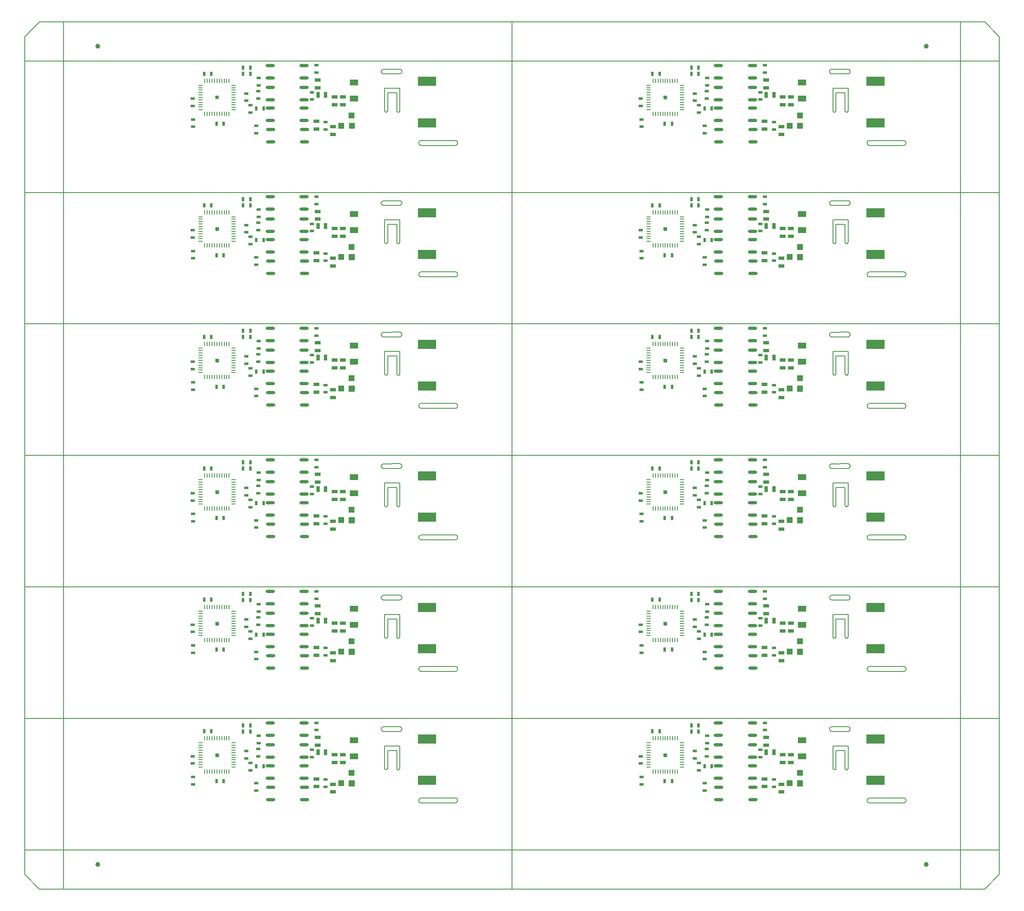
<source format=gtp>
*
%LPD*%
%LNs2b9624c.gtp*%
%FSLAX24Y24*%
%MOIN*%
%AD*%
%ADD18C,0.005906*%
%ADD19C,0.03937*%
%ADD20C,0.01*%
%ADD23R,0.02756X0.02756*%
%ADD30R,0.019685X0.035433*%
%ADD31R,0.035433X0.019685*%
%ADD33R,0.047244X0.031496*%
%ADD38R,0.145669X0.074803*%
%ADD39R,0.066929X0.047244*%
%ADD40R,0.031496X0.047244*%
%ADD41R,0.051181X0.047244*%
%ADD42R,0.047244X0.051181*%
%ADD43R,0.008661X0.037402*%
%ADD44R,0.037402X0.008661*%
%ADD45O,0.074016X0.024016*%
G54D20*
%SRX1Y1I0.0J0.0*%
G1X15625Y10927D2*
G1X15625Y10732D1*
G1X15430Y10732D1*
G1X15430Y10927D1*
G1X15625Y10927D1*
G1X15430Y10911D2*
G1X15625Y10911D1*
G1X15430Y10821D2*
G1X15625Y10821D1*
G54D23*
G1X15528Y10829D3*
G1X15528Y10829D3*
G1X3150Y3150D2*
G54D18*
G1X3150Y13780D1*
G1X39370Y13780D1*
G1X39370Y3150D1*
G1X3150Y3150D1*
G1X32066Y7349D2*
G1X34750Y7350D1*
G1X34749Y6950D2*
G1X34794Y6949D1*
G1X34837Y6958D1*
G1X34878Y6976D1*
G1X34913Y7003D1*
G1X34942Y7037D1*
G1X34963Y7077D1*
G1X34974Y7120D1*
G1X34976Y7164D1*
G1X34967Y7208D1*
G1X34950Y7249D1*
G1X34924Y7285D1*
G1X34890Y7315D1*
G1X34851Y7336D1*
G1X34809Y7348D1*
G1X34764Y7351D1*
G1X34750Y7350D1*
G1X34750Y6950D2*
G1X32066Y6949D1*
G1X32066Y7349D2*
G1X32022Y7350D1*
G1X31978Y7341D1*
G1X31937Y7322D1*
G1X31902Y7295D1*
G1X31873Y7261D1*
G1X31853Y7222D1*
G1X31841Y7179D1*
G1X31840Y7134D1*
G1X31848Y7091D1*
G1X31866Y7050D1*
G1X31892Y7014D1*
G1X31925Y6984D1*
G1X31964Y6963D1*
G1X32007Y6950D1*
G1X32051Y6948D1*
G1X32066Y6949D1*
G1X29049Y13106D2*
G1X30281Y13114D1*
G1X30252Y12719D2*
G1X30296Y12721D1*
G1X30338Y12732D1*
G1X30378Y12753D1*
G1X30411Y12781D1*
G1X30437Y12817D1*
G1X30455Y12857D1*
G1X30464Y12900D1*
G1X30463Y12944D1*
G1X30452Y12987D1*
G1X30431Y13026D1*
G1X30403Y13060D1*
G1X30368Y13087D1*
G1X30328Y13105D1*
G1X30284Y13114D1*
G1X30281Y13114D1*
G1X30252Y12719D2*
G1X29010Y12722D1*
G1X29049Y13106D2*
G1X29006Y13111D1*
G1X28962Y13106D1*
G1X28921Y13092D1*
G1X28884Y13069D1*
G1X28853Y13038D1*
G1X28830Y13001D1*
G1X28815Y12959D1*
G1X28810Y12916D1*
G1X28815Y12872D1*
G1X28830Y12831D1*
G1X28854Y12794D1*
G1X28885Y12763D1*
G1X28922Y12740D1*
G1X28963Y12726D1*
G1X29007Y12722D1*
G1X29010Y12722D1*
G1X29081Y9760D2*
G1X29081Y11565D1*
G1X30299Y11555D1*
G1X30299Y9750D1*
G1X30061Y9750D2*
G1X30065Y9716D1*
G1X30080Y9685D1*
G1X30102Y9659D1*
G1X30131Y9641D1*
G1X30164Y9632D1*
G1X30198Y9632D1*
G1X30231Y9642D1*
G1X30259Y9661D1*
G1X30281Y9687D1*
G1X30295Y9719D1*
G1X30299Y9750D1*
G1X30061Y9750D2*
G1X30061Y11200D1*
G1X29318Y11200D1*
G1X29318Y9750D1*
G1X29081Y9759D2*
G1X29084Y9726D1*
G1X29097Y9694D1*
G1X29119Y9667D1*
G1X29147Y9648D1*
G1X29179Y9637D1*
G1X29214Y9637D1*
G1X29246Y9645D1*
G1X29276Y9663D1*
G1X29298Y9689D1*
G1X29313Y9719D1*
G1X29318Y9750D1*
G1X15625Y21557D2*
G54D20*
G1X15625Y21361D1*
G1X15430Y21361D1*
G1X15430Y21557D1*
G1X15625Y21557D1*
G1X15430Y21541D2*
G1X15625Y21541D1*
G1X15430Y21451D2*
G1X15625Y21451D1*
G54D23*
G1X15528Y21459D3*
G1X15528Y21459D3*
G1X3150Y13780D2*
G54D18*
G1X3150Y24409D1*
G1X39370Y24409D1*
G1X39370Y13780D1*
G1X3150Y13780D1*
G1X32066Y17979D2*
G1X34750Y17979D1*
G1X34749Y17579D2*
G1X34794Y17579D1*
G1X34837Y17588D1*
G1X34878Y17606D1*
G1X34913Y17633D1*
G1X34942Y17667D1*
G1X34963Y17707D1*
G1X34974Y17750D1*
G1X34976Y17794D1*
G1X34967Y17838D1*
G1X34950Y17879D1*
G1X34924Y17915D1*
G1X34890Y17944D1*
G1X34851Y17966D1*
G1X34809Y17978D1*
G1X34764Y17981D1*
G1X34750Y17979D1*
G1X34750Y17579D2*
G1X32066Y17579D1*
G1X32066Y17979D2*
G1X32022Y17980D1*
G1X31978Y17971D1*
G1X31937Y17952D1*
G1X31902Y17925D1*
G1X31873Y17891D1*
G1X31853Y17852D1*
G1X31841Y17809D1*
G1X31840Y17764D1*
G1X31848Y17720D1*
G1X31866Y17680D1*
G1X31892Y17643D1*
G1X31925Y17614D1*
G1X31964Y17593D1*
G1X32007Y17580D1*
G1X32051Y17578D1*
G1X32066Y17579D1*
G1X29049Y23736D2*
G1X30281Y23744D1*
G1X30252Y23349D2*
G1X30296Y23351D1*
G1X30338Y23362D1*
G1X30378Y23383D1*
G1X30411Y23411D1*
G1X30437Y23447D1*
G1X30455Y23487D1*
G1X30464Y23530D1*
G1X30463Y23574D1*
G1X30452Y23617D1*
G1X30431Y23656D1*
G1X30403Y23690D1*
G1X30368Y23717D1*
G1X30328Y23735D1*
G1X30284Y23744D1*
G1X30281Y23744D1*
G1X30252Y23349D2*
G1X29010Y23351D1*
G1X29049Y23736D2*
G1X29006Y23741D1*
G1X28962Y23736D1*
G1X28921Y23722D1*
G1X28884Y23699D1*
G1X28853Y23668D1*
G1X28830Y23631D1*
G1X28815Y23589D1*
G1X28810Y23546D1*
G1X28815Y23502D1*
G1X28830Y23461D1*
G1X28854Y23424D1*
G1X28885Y23393D1*
G1X28922Y23370D1*
G1X28963Y23356D1*
G1X29007Y23351D1*
G1X29010Y23351D1*
G1X29081Y20389D2*
G1X29081Y22195D1*
G1X30299Y22185D1*
G1X30299Y20379D1*
G1X30061Y20379D2*
G1X30065Y20346D1*
G1X30080Y20315D1*
G1X30102Y20289D1*
G1X30131Y20271D1*
G1X30164Y20261D1*
G1X30198Y20262D1*
G1X30231Y20272D1*
G1X30259Y20291D1*
G1X30281Y20317D1*
G1X30295Y20349D1*
G1X30299Y20379D1*
G1X30061Y20379D2*
G1X30061Y21830D1*
G1X29318Y21830D1*
G1X29318Y20379D1*
G1X29081Y20389D2*
G1X29084Y20355D1*
G1X29097Y20324D1*
G1X29119Y20297D1*
G1X29147Y20278D1*
G1X29179Y20267D1*
G1X29214Y20266D1*
G1X29246Y20275D1*
G1X29276Y20293D1*
G1X29298Y20318D1*
G1X29313Y20349D1*
G1X29318Y20379D1*
G1X15625Y32187D2*
G54D20*
G1X15625Y31991D1*
G1X15430Y31991D1*
G1X15430Y32187D1*
G1X15625Y32187D1*
G1X15430Y32171D2*
G1X15625Y32171D1*
G1X15430Y32081D2*
G1X15625Y32081D1*
G54D23*
G1X15528Y32089D3*
G1X15528Y32089D3*
G1X3150Y24409D2*
G54D18*
G1X3150Y35039D1*
G1X39370Y35039D1*
G1X39370Y24409D1*
G1X3150Y24409D1*
G1X32066Y28609D2*
G1X34750Y28609D1*
G1X34749Y28209D2*
G1X34794Y28209D1*
G1X34837Y28218D1*
G1X34878Y28236D1*
G1X34913Y28263D1*
G1X34942Y28297D1*
G1X34963Y28337D1*
G1X34974Y28380D1*
G1X34976Y28424D1*
G1X34967Y28468D1*
G1X34950Y28509D1*
G1X34924Y28545D1*
G1X34890Y28574D1*
G1X34851Y28596D1*
G1X34809Y28608D1*
G1X34764Y28611D1*
G1X34750Y28609D1*
G1X34750Y28209D2*
G1X32066Y28209D1*
G1X32066Y28609D2*
G1X32022Y28610D1*
G1X31978Y28600D1*
G1X31937Y28582D1*
G1X31902Y28555D1*
G1X31873Y28521D1*
G1X31853Y28482D1*
G1X31841Y28439D1*
G1X31840Y28394D1*
G1X31848Y28350D1*
G1X31866Y28309D1*
G1X31892Y28273D1*
G1X31925Y28244D1*
G1X31964Y28223D1*
G1X32007Y28210D1*
G1X32051Y28208D1*
G1X32066Y28209D1*
G1X29049Y34366D2*
G1X30281Y34374D1*
G1X30252Y33979D2*
G1X30296Y33980D1*
G1X30338Y33992D1*
G1X30378Y34012D1*
G1X30411Y34041D1*
G1X30437Y34076D1*
G1X30455Y34117D1*
G1X30464Y34160D1*
G1X30463Y34204D1*
G1X30452Y34247D1*
G1X30431Y34286D1*
G1X30403Y34320D1*
G1X30368Y34346D1*
G1X30328Y34365D1*
G1X30284Y34373D1*
G1X30281Y34374D1*
G1X30252Y33979D2*
G1X29010Y33981D1*
G1X29049Y34366D2*
G1X29006Y34371D1*
G1X28962Y34366D1*
G1X28921Y34352D1*
G1X28884Y34328D1*
G1X28853Y34297D1*
G1X28830Y34260D1*
G1X28815Y34219D1*
G1X28810Y34175D1*
G1X28815Y34132D1*
G1X28830Y34091D1*
G1X28854Y34054D1*
G1X28885Y34023D1*
G1X28922Y34000D1*
G1X28963Y33986D1*
G1X29007Y33981D1*
G1X29010Y33981D1*
G1X29081Y31019D2*
G1X29081Y32825D1*
G1X30299Y32815D1*
G1X30299Y31009D1*
G1X30061Y31009D2*
G1X30065Y30976D1*
G1X30080Y30945D1*
G1X30102Y30919D1*
G1X30131Y30901D1*
G1X30164Y30891D1*
G1X30198Y30892D1*
G1X30231Y30902D1*
G1X30259Y30921D1*
G1X30281Y30947D1*
G1X30295Y30979D1*
G1X30299Y31009D1*
G1X30061Y31009D2*
G1X30061Y32459D1*
G1X29318Y32459D1*
G1X29318Y31009D1*
G1X29081Y31019D2*
G1X29084Y30985D1*
G1X29097Y30954D1*
G1X29119Y30927D1*
G1X29147Y30908D1*
G1X29179Y30897D1*
G1X29214Y30896D1*
G1X29246Y30905D1*
G1X29276Y30923D1*
G1X29298Y30948D1*
G1X29313Y30979D1*
G1X29318Y31009D1*
G1X15625Y42817D2*
G54D20*
G1X15625Y42621D1*
G1X15430Y42621D1*
G1X15430Y42817D1*
G1X15625Y42817D1*
G1X15430Y42801D2*
G1X15625Y42801D1*
G1X15430Y42711D2*
G1X15625Y42711D1*
G54D23*
G1X15528Y42719D3*
G1X15528Y42719D3*
G1X3150Y35039D2*
G54D18*
G1X3150Y45669D1*
G1X39370Y45669D1*
G1X39370Y35039D1*
G1X3150Y35039D1*
G1X32066Y39239D2*
G1X34750Y39239D1*
G1X34749Y38839D2*
G1X34794Y38839D1*
G1X34837Y38848D1*
G1X34878Y38866D1*
G1X34913Y38893D1*
G1X34942Y38927D1*
G1X34963Y38967D1*
G1X34974Y39010D1*
G1X34976Y39054D1*
G1X34967Y39098D1*
G1X34950Y39139D1*
G1X34924Y39175D1*
G1X34890Y39204D1*
G1X34851Y39226D1*
G1X34809Y39238D1*
G1X34764Y39241D1*
G1X34750Y39239D1*
G1X34750Y38839D2*
G1X32066Y38839D1*
G1X32066Y39239D2*
G1X32022Y39240D1*
G1X31978Y39230D1*
G1X31937Y39212D1*
G1X31902Y39185D1*
G1X31873Y39151D1*
G1X31853Y39111D1*
G1X31841Y39068D1*
G1X31840Y39024D1*
G1X31848Y38980D1*
G1X31866Y38939D1*
G1X31892Y38903D1*
G1X31925Y38874D1*
G1X31964Y38852D1*
G1X32007Y38840D1*
G1X32051Y38838D1*
G1X32066Y38839D1*
G1X29049Y44996D2*
G1X30281Y45004D1*
G1X30252Y44609D2*
G1X30296Y44610D1*
G1X30338Y44622D1*
G1X30378Y44642D1*
G1X30411Y44671D1*
G1X30437Y44706D1*
G1X30455Y44747D1*
G1X30464Y44790D1*
G1X30463Y44834D1*
G1X30452Y44877D1*
G1X30431Y44916D1*
G1X30403Y44950D1*
G1X30368Y44976D1*
G1X30328Y44995D1*
G1X30284Y45003D1*
G1X30281Y45004D1*
G1X30252Y44609D2*
G1X29010Y44611D1*
G1X29049Y44996D2*
G1X29006Y45001D1*
G1X28962Y44996D1*
G1X28921Y44982D1*
G1X28884Y44958D1*
G1X28853Y44927D1*
G1X28830Y44890D1*
G1X28815Y44849D1*
G1X28810Y44805D1*
G1X28815Y44762D1*
G1X28830Y44721D1*
G1X28854Y44684D1*
G1X28885Y44653D1*
G1X28922Y44630D1*
G1X28963Y44616D1*
G1X29007Y44611D1*
G1X29010Y44611D1*
G1X29081Y41649D2*
G1X29081Y43455D1*
G1X30299Y43445D1*
G1X30299Y41639D1*
G1X30061Y41639D2*
G1X30065Y41605D1*
G1X30080Y41574D1*
G1X30102Y41549D1*
G1X30131Y41531D1*
G1X30164Y41521D1*
G1X30198Y41522D1*
G1X30231Y41532D1*
G1X30259Y41551D1*
G1X30281Y41577D1*
G1X30295Y41608D1*
G1X30299Y41639D1*
G1X30061Y41639D2*
G1X30061Y43089D1*
G1X29318Y43089D1*
G1X29318Y41639D1*
G1X29081Y41649D2*
G1X29084Y41615D1*
G1X29097Y41584D1*
G1X29119Y41557D1*
G1X29147Y41538D1*
G1X29179Y41527D1*
G1X29214Y41526D1*
G1X29246Y41535D1*
G1X29276Y41553D1*
G1X29298Y41578D1*
G1X29313Y41609D1*
G1X29318Y41639D1*
G1X15625Y53446D2*
G54D20*
G1X15625Y53251D1*
G1X15430Y53251D1*
G1X15430Y53446D1*
G1X15625Y53446D1*
G1X15430Y53431D2*
G1X15625Y53431D1*
G1X15430Y53341D2*
G1X15625Y53341D1*
G54D23*
G1X15528Y53349D3*
G1X15528Y53349D3*
G1X3150Y45669D2*
G54D18*
G1X3150Y56299D1*
G1X39370Y56299D1*
G1X39370Y45669D1*
G1X3150Y45669D1*
G1X32066Y49869D2*
G1X34750Y49869D1*
G1X34749Y49469D2*
G1X34794Y49469D1*
G1X34837Y49478D1*
G1X34878Y49496D1*
G1X34913Y49523D1*
G1X34942Y49557D1*
G1X34963Y49597D1*
G1X34974Y49640D1*
G1X34976Y49684D1*
G1X34967Y49728D1*
G1X34950Y49769D1*
G1X34924Y49805D1*
G1X34890Y49834D1*
G1X34851Y49856D1*
G1X34809Y49868D1*
G1X34764Y49871D1*
G1X34750Y49869D1*
G1X34750Y49469D2*
G1X32066Y49469D1*
G1X32066Y49869D2*
G1X32022Y49870D1*
G1X31978Y49860D1*
G1X31937Y49842D1*
G1X31902Y49815D1*
G1X31873Y49781D1*
G1X31853Y49741D1*
G1X31841Y49698D1*
G1X31840Y49654D1*
G1X31848Y49610D1*
G1X31866Y49569D1*
G1X31892Y49533D1*
G1X31925Y49504D1*
G1X31964Y49482D1*
G1X32007Y49470D1*
G1X32051Y49468D1*
G1X32066Y49469D1*
G1X29049Y55626D2*
G1X30281Y55633D1*
G1X30252Y55239D2*
G1X30296Y55240D1*
G1X30338Y55252D1*
G1X30378Y55272D1*
G1X30411Y55301D1*
G1X30437Y55336D1*
G1X30455Y55376D1*
G1X30464Y55420D1*
G1X30463Y55464D1*
G1X30452Y55507D1*
G1X30431Y55546D1*
G1X30403Y55580D1*
G1X30368Y55606D1*
G1X30328Y55624D1*
G1X30284Y55633D1*
G1X30281Y55633D1*
G1X30252Y55239D2*
G1X29010Y55241D1*
G1X29049Y55626D2*
G1X29006Y55631D1*
G1X28962Y55626D1*
G1X28921Y55612D1*
G1X28884Y55588D1*
G1X28853Y55557D1*
G1X28830Y55520D1*
G1X28815Y55479D1*
G1X28810Y55435D1*
G1X28815Y55392D1*
G1X28830Y55351D1*
G1X28854Y55314D1*
G1X28885Y55283D1*
G1X28922Y55260D1*
G1X28963Y55246D1*
G1X29007Y55241D1*
G1X29010Y55241D1*
G1X29081Y52279D2*
G1X29081Y54085D1*
G1X30299Y54075D1*
G1X30299Y52269D1*
G1X30061Y52269D2*
G1X30065Y52235D1*
G1X30080Y52204D1*
G1X30102Y52179D1*
G1X30131Y52161D1*
G1X30164Y52151D1*
G1X30198Y52152D1*
G1X30231Y52162D1*
G1X30259Y52181D1*
G1X30281Y52207D1*
G1X30295Y52238D1*
G1X30299Y52269D1*
G1X30061Y52269D2*
G1X30061Y53719D1*
G1X29318Y53719D1*
G1X29318Y52269D1*
G1X29081Y52279D2*
G1X29084Y52245D1*
G1X29097Y52214D1*
G1X29119Y52187D1*
G1X29147Y52168D1*
G1X29179Y52157D1*
G1X29214Y52156D1*
G1X29246Y52165D1*
G1X29276Y52183D1*
G1X29298Y52208D1*
G1X29313Y52239D1*
G1X29318Y52269D1*
G54D23*
G1X15528Y63979D3*
G1X15528Y63979D3*
G1X3150Y56299D2*
G54D18*
G1X3150Y66929D1*
G1X39370Y66929D1*
G1X39370Y56299D1*
G1X3150Y56299D1*
G1X32066Y60499D2*
G1X34750Y60499D1*
G1X34749Y60099D2*
G1X34794Y60098D1*
G1X34837Y60107D1*
G1X34878Y60126D1*
G1X34913Y60153D1*
G1X34942Y60187D1*
G1X34963Y60226D1*
G1X34974Y60269D1*
G1X34976Y60314D1*
G1X34967Y60358D1*
G1X34950Y60399D1*
G1X34924Y60435D1*
G1X34890Y60464D1*
G1X34851Y60485D1*
G1X34809Y60498D1*
G1X34764Y60500D1*
G1X34750Y60499D1*
G1X34750Y60099D2*
G1X32066Y60099D1*
G1X32066Y60499D2*
G1X32022Y60499D1*
G1X31978Y60490D1*
G1X31937Y60472D1*
G1X31902Y60445D1*
G1X31873Y60411D1*
G1X31853Y60371D1*
G1X31841Y60328D1*
G1X31840Y60284D1*
G1X31848Y60240D1*
G1X31866Y60199D1*
G1X31892Y60163D1*
G1X31925Y60134D1*
G1X31964Y60112D1*
G1X32007Y60100D1*
G1X32051Y60097D1*
G1X32066Y60099D1*
G1X29049Y66256D2*
G1X30281Y66263D1*
G1X30252Y65869D2*
G1X30296Y65870D1*
G1X30338Y65882D1*
G1X30378Y65902D1*
G1X30411Y65931D1*
G1X30437Y65966D1*
G1X30455Y66006D1*
G1X30464Y66050D1*
G1X30463Y66094D1*
G1X30452Y66136D1*
G1X30431Y66176D1*
G1X30403Y66209D1*
G1X30368Y66236D1*
G1X30328Y66254D1*
G1X30284Y66263D1*
G1X30281Y66263D1*
G1X30252Y65869D2*
G1X29010Y65871D1*
G1X29049Y66256D2*
G1X29006Y66261D1*
G1X28962Y66256D1*
G1X28921Y66241D1*
G1X28884Y66218D1*
G1X28853Y66187D1*
G1X28830Y66150D1*
G1X28815Y66109D1*
G1X28810Y66065D1*
G1X28815Y66022D1*
G1X28830Y65980D1*
G1X28854Y65944D1*
G1X28885Y65913D1*
G1X28922Y65890D1*
G1X28963Y65875D1*
G1X29007Y65871D1*
G1X29010Y65871D1*
G1X29081Y62909D2*
G1X29081Y64715D1*
G1X30299Y64705D1*
G1X30299Y62899D1*
G1X30061Y62899D2*
G1X30065Y62865D1*
G1X30080Y62834D1*
G1X30102Y62809D1*
G1X30131Y62790D1*
G1X30164Y62781D1*
G1X30198Y62782D1*
G1X30231Y62792D1*
G1X30259Y62811D1*
G1X30281Y62837D1*
G1X30295Y62868D1*
G1X30299Y62899D1*
G1X30061Y62899D2*
G1X30061Y64349D1*
G1X29318Y64349D1*
G1X29318Y62899D1*
G1X29081Y62909D2*
G1X29084Y62875D1*
G1X29097Y62843D1*
G1X29119Y62817D1*
G1X29147Y62798D1*
G1X29179Y62787D1*
G1X29214Y62786D1*
G1X29246Y62795D1*
G1X29276Y62813D1*
G1X29298Y62838D1*
G1X29313Y62869D1*
G1X29318Y62899D1*
G1X51846Y10927D2*
G54D20*
G1X51846Y10732D1*
G1X51651Y10732D1*
G1X51651Y10927D1*
G1X51846Y10927D1*
G1X51651Y10911D2*
G1X51846Y10911D1*
G1X51651Y10821D2*
G1X51846Y10821D1*
G54D23*
G1X51748Y10829D3*
G1X51748Y10829D3*
G1X39370Y3150D2*
G54D18*
G1X39370Y13780D1*
G1X75590Y13780D1*
G1X75590Y3150D1*
G1X39370Y3150D1*
G1X68286Y7349D2*
G1X70970Y7350D1*
G1X70970Y6950D2*
G1X71014Y6949D1*
G1X71058Y6958D1*
G1X71098Y6976D1*
G1X71134Y7003D1*
G1X71162Y7037D1*
G1X71183Y7077D1*
G1X71194Y7120D1*
G1X71196Y7164D1*
G1X71188Y7208D1*
G1X71170Y7249D1*
G1X71144Y7285D1*
G1X71111Y7315D1*
G1X71072Y7336D1*
G1X71029Y7348D1*
G1X70985Y7351D1*
G1X70970Y7350D1*
G1X70970Y6950D2*
G1X68286Y6949D1*
G1X68286Y7349D2*
G1X68242Y7350D1*
G1X68198Y7341D1*
G1X68158Y7322D1*
G1X68122Y7295D1*
G1X68094Y7261D1*
G1X68073Y7222D1*
G1X68062Y7179D1*
G1X68060Y7134D1*
G1X68068Y7091D1*
G1X68086Y7050D1*
G1X68112Y7014D1*
G1X68146Y6984D1*
G1X68185Y6963D1*
G1X68227Y6950D1*
G1X68272Y6948D1*
G1X68286Y6949D1*
G1X65270Y13106D2*
G1X66502Y13114D1*
G1X66472Y12719D2*
G1X66516Y12721D1*
G1X66559Y12732D1*
G1X66598Y12753D1*
G1X66631Y12781D1*
G1X66658Y12817D1*
G1X66676Y12857D1*
G1X66684Y12900D1*
G1X66683Y12944D1*
G1X66672Y12987D1*
G1X66652Y13026D1*
G1X66623Y13060D1*
G1X66588Y13087D1*
G1X66548Y13105D1*
G1X66505Y13114D1*
G1X66502Y13114D1*
G1X66472Y12719D2*
G1X65230Y12722D1*
G1X65269Y13106D2*
G1X65226Y13111D1*
G1X65182Y13106D1*
G1X65141Y13092D1*
G1X65104Y13069D1*
G1X65073Y13038D1*
G1X65050Y13001D1*
G1X65036Y12959D1*
G1X65031Y12916D1*
G1X65036Y12872D1*
G1X65051Y12831D1*
G1X65074Y12794D1*
G1X65105Y12763D1*
G1X65142Y12740D1*
G1X65184Y12726D1*
G1X65227Y12722D1*
G1X65230Y12722D1*
G1X65301Y9760D2*
G1X65301Y11565D1*
G1X66519Y11555D1*
G1X66519Y9750D1*
G1X66281Y9750D2*
G1X66286Y9716D1*
G1X66300Y9685D1*
G1X66323Y9659D1*
G1X66352Y9641D1*
G1X66384Y9632D1*
G1X66419Y9632D1*
G1X66451Y9642D1*
G1X66480Y9661D1*
G1X66501Y9687D1*
G1X66515Y9719D1*
G1X66519Y9750D1*
G1X66281Y9750D2*
G1X66281Y11200D1*
G1X65539Y11200D1*
G1X65539Y9750D1*
G1X65301Y9759D2*
G1X65305Y9726D1*
G1X65318Y9694D1*
G1X65339Y9667D1*
G1X65367Y9648D1*
G1X65400Y9637D1*
G1X65434Y9637D1*
G1X65467Y9645D1*
G1X65496Y9663D1*
G1X65519Y9689D1*
G1X65534Y9719D1*
G1X65539Y9750D1*
G1X51846Y21557D2*
G54D20*
G1X51846Y21361D1*
G1X51651Y21361D1*
G1X51651Y21557D1*
G1X51846Y21557D1*
G1X51651Y21541D2*
G1X51846Y21541D1*
G1X51651Y21451D2*
G1X51846Y21451D1*
G54D23*
G1X51748Y21459D3*
G1X51748Y21459D3*
G1X39370Y13780D2*
G54D18*
G1X39370Y24409D1*
G1X75590Y24409D1*
G1X75590Y13780D1*
G1X39370Y13780D1*
G1X68286Y17979D2*
G1X70970Y17979D1*
G1X70970Y17579D2*
G1X71014Y17579D1*
G1X71058Y17588D1*
G1X71098Y17606D1*
G1X71134Y17633D1*
G1X71162Y17667D1*
G1X71183Y17707D1*
G1X71194Y17750D1*
G1X71196Y17794D1*
G1X71188Y17838D1*
G1X71170Y17879D1*
G1X71144Y17915D1*
G1X71111Y17944D1*
G1X71072Y17966D1*
G1X71029Y17978D1*
G1X70985Y17981D1*
G1X70970Y17979D1*
G1X70970Y17579D2*
G1X68286Y17579D1*
G1X68286Y17979D2*
G1X68242Y17980D1*
G1X68198Y17971D1*
G1X68158Y17952D1*
G1X68122Y17925D1*
G1X68094Y17891D1*
G1X68073Y17852D1*
G1X68062Y17809D1*
G1X68060Y17764D1*
G1X68068Y17720D1*
G1X68086Y17680D1*
G1X68112Y17643D1*
G1X68146Y17614D1*
G1X68185Y17593D1*
G1X68227Y17580D1*
G1X68272Y17578D1*
G1X68286Y17579D1*
G1X65270Y23736D2*
G1X66502Y23744D1*
G1X66472Y23349D2*
G1X66516Y23351D1*
G1X66559Y23362D1*
G1X66598Y23383D1*
G1X66631Y23411D1*
G1X66658Y23447D1*
G1X66676Y23487D1*
G1X66684Y23530D1*
G1X66683Y23574D1*
G1X66672Y23617D1*
G1X66652Y23656D1*
G1X66623Y23690D1*
G1X66588Y23717D1*
G1X66548Y23735D1*
G1X66505Y23744D1*
G1X66502Y23744D1*
G1X66472Y23349D2*
G1X65230Y23351D1*
G1X65269Y23736D2*
G1X65226Y23741D1*
G1X65182Y23736D1*
G1X65141Y23722D1*
G1X65104Y23699D1*
G1X65073Y23668D1*
G1X65050Y23631D1*
G1X65036Y23589D1*
G1X65031Y23546D1*
G1X65036Y23502D1*
G1X65051Y23461D1*
G1X65074Y23424D1*
G1X65105Y23393D1*
G1X65142Y23370D1*
G1X65184Y23356D1*
G1X65227Y23351D1*
G1X65230Y23351D1*
G1X65301Y20389D2*
G1X65301Y22195D1*
G1X66519Y22185D1*
G1X66519Y20379D1*
G1X66281Y20379D2*
G1X66286Y20346D1*
G1X66300Y20315D1*
G1X66323Y20289D1*
G1X66352Y20271D1*
G1X66384Y20261D1*
G1X66419Y20262D1*
G1X66451Y20272D1*
G1X66480Y20291D1*
G1X66501Y20317D1*
G1X66515Y20349D1*
G1X66519Y20379D1*
G1X66281Y20379D2*
G1X66281Y21830D1*
G1X65539Y21830D1*
G1X65539Y20379D1*
G1X65301Y20389D2*
G1X65305Y20355D1*
G1X65318Y20324D1*
G1X65339Y20297D1*
G1X65367Y20278D1*
G1X65400Y20267D1*
G1X65434Y20266D1*
G1X65467Y20275D1*
G1X65496Y20293D1*
G1X65519Y20318D1*
G1X65534Y20349D1*
G1X65539Y20379D1*
G1X51846Y32187D2*
G54D20*
G1X51846Y31991D1*
G1X51651Y31991D1*
G1X51651Y32187D1*
G1X51846Y32187D1*
G1X51651Y32171D2*
G1X51846Y32171D1*
G1X51651Y32081D2*
G1X51846Y32081D1*
G54D23*
G1X51748Y32089D3*
G1X51748Y32089D3*
G1X39370Y24409D2*
G54D18*
G1X39370Y35039D1*
G1X75590Y35039D1*
G1X75590Y24409D1*
G1X39370Y24409D1*
G1X68286Y28609D2*
G1X70970Y28609D1*
G1X70970Y28209D2*
G1X71014Y28209D1*
G1X71058Y28218D1*
G1X71098Y28236D1*
G1X71134Y28263D1*
G1X71162Y28297D1*
G1X71183Y28337D1*
G1X71194Y28380D1*
G1X71196Y28424D1*
G1X71188Y28468D1*
G1X71170Y28509D1*
G1X71144Y28545D1*
G1X71111Y28574D1*
G1X71072Y28596D1*
G1X71029Y28608D1*
G1X70985Y28611D1*
G1X70970Y28609D1*
G1X70970Y28209D2*
G1X68286Y28209D1*
G1X68286Y28609D2*
G1X68242Y28610D1*
G1X68198Y28600D1*
G1X68158Y28582D1*
G1X68122Y28555D1*
G1X68094Y28521D1*
G1X68073Y28482D1*
G1X68062Y28439D1*
G1X68060Y28394D1*
G1X68068Y28350D1*
G1X68086Y28309D1*
G1X68112Y28273D1*
G1X68146Y28244D1*
G1X68185Y28223D1*
G1X68227Y28210D1*
G1X68272Y28208D1*
G1X68286Y28209D1*
G1X65270Y34366D2*
G1X66502Y34374D1*
G1X66472Y33979D2*
G1X66516Y33980D1*
G1X66559Y33992D1*
G1X66598Y34012D1*
G1X66631Y34041D1*
G1X66658Y34076D1*
G1X66676Y34117D1*
G1X66684Y34160D1*
G1X66683Y34204D1*
G1X66672Y34247D1*
G1X66652Y34286D1*
G1X66623Y34320D1*
G1X66588Y34346D1*
G1X66548Y34365D1*
G1X66505Y34373D1*
G1X66502Y34374D1*
G1X66472Y33979D2*
G1X65230Y33981D1*
G1X65269Y34366D2*
G1X65226Y34371D1*
G1X65182Y34366D1*
G1X65141Y34352D1*
G1X65104Y34328D1*
G1X65073Y34297D1*
G1X65050Y34260D1*
G1X65036Y34219D1*
G1X65031Y34175D1*
G1X65036Y34132D1*
G1X65051Y34091D1*
G1X65074Y34054D1*
G1X65105Y34023D1*
G1X65142Y34000D1*
G1X65184Y33986D1*
G1X65227Y33981D1*
G1X65230Y33981D1*
G1X65301Y31019D2*
G1X65301Y32825D1*
G1X66519Y32815D1*
G1X66519Y31009D1*
G1X66281Y31009D2*
G1X66286Y30976D1*
G1X66300Y30945D1*
G1X66323Y30919D1*
G1X66352Y30901D1*
G1X66384Y30891D1*
G1X66419Y30892D1*
G1X66451Y30902D1*
G1X66480Y30921D1*
G1X66501Y30947D1*
G1X66515Y30979D1*
G1X66519Y31009D1*
G1X66281Y31009D2*
G1X66281Y32459D1*
G1X65539Y32459D1*
G1X65539Y31009D1*
G1X65301Y31019D2*
G1X65305Y30985D1*
G1X65318Y30954D1*
G1X65339Y30927D1*
G1X65367Y30908D1*
G1X65400Y30897D1*
G1X65434Y30896D1*
G1X65467Y30905D1*
G1X65496Y30923D1*
G1X65519Y30948D1*
G1X65534Y30979D1*
G1X65539Y31009D1*
G1X51846Y42817D2*
G54D20*
G1X51846Y42621D1*
G1X51651Y42621D1*
G1X51651Y42817D1*
G1X51846Y42817D1*
G1X51651Y42801D2*
G1X51846Y42801D1*
G1X51651Y42711D2*
G1X51846Y42711D1*
G54D23*
G1X51748Y42719D3*
G1X51748Y42719D3*
G1X39370Y35039D2*
G54D18*
G1X39370Y45669D1*
G1X75590Y45669D1*
G1X75590Y35039D1*
G1X39370Y35039D1*
G1X68286Y39239D2*
G1X70970Y39239D1*
G1X70970Y38839D2*
G1X71014Y38839D1*
G1X71058Y38848D1*
G1X71098Y38866D1*
G1X71134Y38893D1*
G1X71162Y38927D1*
G1X71183Y38967D1*
G1X71194Y39010D1*
G1X71196Y39054D1*
G1X71188Y39098D1*
G1X71170Y39139D1*
G1X71144Y39175D1*
G1X71111Y39204D1*
G1X71072Y39226D1*
G1X71029Y39238D1*
G1X70985Y39241D1*
G1X70970Y39239D1*
G1X70970Y38839D2*
G1X68286Y38839D1*
G1X68286Y39239D2*
G1X68242Y39240D1*
G1X68198Y39230D1*
G1X68158Y39212D1*
G1X68122Y39185D1*
G1X68094Y39151D1*
G1X68073Y39111D1*
G1X68062Y39068D1*
G1X68060Y39024D1*
G1X68068Y38980D1*
G1X68086Y38939D1*
G1X68112Y38903D1*
G1X68146Y38874D1*
G1X68185Y38852D1*
G1X68227Y38840D1*
G1X68272Y38838D1*
G1X68286Y38839D1*
G1X65270Y44996D2*
G1X66502Y45004D1*
G1X66472Y44609D2*
G1X66516Y44610D1*
G1X66559Y44622D1*
G1X66598Y44642D1*
G1X66631Y44671D1*
G1X66658Y44706D1*
G1X66676Y44747D1*
G1X66684Y44790D1*
G1X66683Y44834D1*
G1X66672Y44877D1*
G1X66652Y44916D1*
G1X66623Y44950D1*
G1X66588Y44976D1*
G1X66548Y44995D1*
G1X66505Y45003D1*
G1X66502Y45004D1*
G1X66472Y44609D2*
G1X65230Y44611D1*
G1X65269Y44996D2*
G1X65226Y45001D1*
G1X65182Y44996D1*
G1X65141Y44982D1*
G1X65104Y44958D1*
G1X65073Y44927D1*
G1X65050Y44890D1*
G1X65036Y44849D1*
G1X65031Y44805D1*
G1X65036Y44762D1*
G1X65051Y44721D1*
G1X65074Y44684D1*
G1X65105Y44653D1*
G1X65142Y44630D1*
G1X65184Y44616D1*
G1X65227Y44611D1*
G1X65230Y44611D1*
G1X65301Y41649D2*
G1X65301Y43455D1*
G1X66519Y43445D1*
G1X66519Y41639D1*
G1X66281Y41639D2*
G1X66286Y41605D1*
G1X66300Y41574D1*
G1X66323Y41549D1*
G1X66352Y41531D1*
G1X66384Y41521D1*
G1X66419Y41522D1*
G1X66451Y41532D1*
G1X66480Y41551D1*
G1X66501Y41577D1*
G1X66515Y41608D1*
G1X66519Y41639D1*
G1X66281Y41639D2*
G1X66281Y43089D1*
G1X65539Y43089D1*
G1X65539Y41639D1*
G1X65301Y41649D2*
G1X65305Y41615D1*
G1X65318Y41584D1*
G1X65339Y41557D1*
G1X65367Y41538D1*
G1X65400Y41527D1*
G1X65434Y41526D1*
G1X65467Y41535D1*
G1X65496Y41553D1*
G1X65519Y41578D1*
G1X65534Y41609D1*
G1X65539Y41639D1*
G1X51846Y53446D2*
G54D20*
G1X51846Y53251D1*
G1X51651Y53251D1*
G1X51651Y53446D1*
G1X51846Y53446D1*
G1X51651Y53431D2*
G1X51846Y53431D1*
G1X51651Y53341D2*
G1X51846Y53341D1*
G54D23*
G1X51748Y53349D3*
G1X51748Y53349D3*
G1X39370Y45669D2*
G54D18*
G1X39370Y56299D1*
G1X75590Y56299D1*
G1X75590Y45669D1*
G1X39370Y45669D1*
G1X68286Y49869D2*
G1X70970Y49869D1*
G1X70970Y49469D2*
G1X71014Y49469D1*
G1X71058Y49478D1*
G1X71098Y49496D1*
G1X71134Y49523D1*
G1X71162Y49557D1*
G1X71183Y49597D1*
G1X71194Y49640D1*
G1X71196Y49684D1*
G1X71188Y49728D1*
G1X71170Y49769D1*
G1X71144Y49805D1*
G1X71111Y49834D1*
G1X71072Y49856D1*
G1X71029Y49868D1*
G1X70985Y49871D1*
G1X70970Y49869D1*
G1X70970Y49469D2*
G1X68286Y49469D1*
G1X68286Y49869D2*
G1X68242Y49870D1*
G1X68198Y49860D1*
G1X68158Y49842D1*
G1X68122Y49815D1*
G1X68094Y49781D1*
G1X68073Y49741D1*
G1X68062Y49698D1*
G1X68060Y49654D1*
G1X68068Y49610D1*
G1X68086Y49569D1*
G1X68112Y49533D1*
G1X68146Y49504D1*
G1X68185Y49482D1*
G1X68227Y49470D1*
G1X68272Y49468D1*
G1X68286Y49469D1*
G1X65270Y55626D2*
G1X66502Y55633D1*
G1X66472Y55239D2*
G1X66516Y55240D1*
G1X66559Y55252D1*
G1X66598Y55272D1*
G1X66631Y55301D1*
G1X66658Y55336D1*
G1X66676Y55376D1*
G1X66684Y55420D1*
G1X66683Y55464D1*
G1X66672Y55507D1*
G1X66652Y55546D1*
G1X66623Y55580D1*
G1X66588Y55606D1*
G1X66548Y55624D1*
G1X66505Y55633D1*
G1X66502Y55633D1*
G1X66472Y55239D2*
G1X65230Y55241D1*
G1X65269Y55626D2*
G1X65226Y55631D1*
G1X65182Y55626D1*
G1X65141Y55612D1*
G1X65104Y55588D1*
G1X65073Y55557D1*
G1X65050Y55520D1*
G1X65036Y55479D1*
G1X65031Y55435D1*
G1X65036Y55392D1*
G1X65051Y55351D1*
G1X65074Y55314D1*
G1X65105Y55283D1*
G1X65142Y55260D1*
G1X65184Y55246D1*
G1X65227Y55241D1*
G1X65230Y55241D1*
G1X65301Y52279D2*
G1X65301Y54085D1*
G1X66519Y54075D1*
G1X66519Y52269D1*
G1X66281Y52269D2*
G1X66286Y52235D1*
G1X66300Y52204D1*
G1X66323Y52179D1*
G1X66352Y52161D1*
G1X66384Y52151D1*
G1X66419Y52152D1*
G1X66451Y52162D1*
G1X66480Y52181D1*
G1X66501Y52207D1*
G1X66515Y52238D1*
G1X66519Y52269D1*
G1X66281Y52269D2*
G1X66281Y53719D1*
G1X65539Y53719D1*
G1X65539Y52269D1*
G1X65301Y52279D2*
G1X65305Y52245D1*
G1X65318Y52214D1*
G1X65339Y52187D1*
G1X65367Y52168D1*
G1X65400Y52157D1*
G1X65434Y52156D1*
G1X65467Y52165D1*
G1X65496Y52183D1*
G1X65519Y52208D1*
G1X65534Y52239D1*
G1X65539Y52269D1*
G1X51846Y64076D2*
G54D20*
G1X51846Y63881D1*
G1X51651Y63881D1*
G1X51651Y64076D1*
G1X51846Y64076D1*
G1X51651Y64061D2*
G1X51846Y64061D1*
G1X51651Y63971D2*
G1X51846Y63971D1*
G54D23*
G1X51748Y63979D3*
G1X51748Y63979D3*
G1X39370Y56299D2*
G54D18*
G1X39370Y66929D1*
G1X75590Y66929D1*
G1X75590Y56299D1*
G1X39370Y56299D1*
G1X68286Y60499D2*
G1X70970Y60499D1*
G1X70970Y60099D2*
G1X71014Y60098D1*
G1X71058Y60107D1*
G1X71098Y60126D1*
G1X71134Y60153D1*
G1X71162Y60187D1*
G1X71183Y60226D1*
G1X71194Y60269D1*
G1X71196Y60314D1*
G1X71188Y60358D1*
G1X71170Y60399D1*
G1X71144Y60435D1*
G1X71111Y60464D1*
G1X71072Y60485D1*
G1X71029Y60498D1*
G1X70985Y60500D1*
G1X70970Y60499D1*
G1X70970Y60099D2*
G1X68286Y60099D1*
G1X68286Y60499D2*
G1X68242Y60499D1*
G1X68198Y60490D1*
G1X68158Y60472D1*
G1X68122Y60445D1*
G1X68094Y60411D1*
G1X68073Y60371D1*
G1X68062Y60328D1*
G1X68060Y60284D1*
G1X68068Y60240D1*
G1X68086Y60199D1*
G1X68112Y60163D1*
G1X68146Y60134D1*
G1X68185Y60112D1*
G1X68227Y60100D1*
G1X68272Y60097D1*
G1X68286Y60099D1*
G1X65270Y66256D2*
G1X66502Y66263D1*
G1X66472Y65869D2*
G1X66516Y65870D1*
G1X66559Y65882D1*
G1X66598Y65902D1*
G1X66631Y65931D1*
G1X66658Y65966D1*
G1X66676Y66006D1*
G1X66684Y66050D1*
G1X66683Y66094D1*
G1X66672Y66136D1*
G1X66652Y66176D1*
G1X66623Y66209D1*
G1X66588Y66236D1*
G1X66548Y66254D1*
G1X66505Y66263D1*
G1X66502Y66263D1*
G1X66472Y65869D2*
G1X65230Y65871D1*
G1X65269Y66256D2*
G1X65226Y66261D1*
G1X65182Y66256D1*
G1X65141Y66241D1*
G1X65104Y66218D1*
G1X65073Y66187D1*
G1X65050Y66150D1*
G1X65036Y66109D1*
G1X65031Y66065D1*
G1X65036Y66022D1*
G1X65051Y65980D1*
G1X65074Y65944D1*
G1X65105Y65913D1*
G1X65142Y65890D1*
G1X65184Y65875D1*
G1X65227Y65871D1*
G1X65230Y65871D1*
G1X65301Y62909D2*
G1X65301Y64715D1*
G1X66519Y64705D1*
G1X66519Y62899D1*
G1X66281Y62899D2*
G1X66286Y62865D1*
G1X66300Y62834D1*
G1X66323Y62809D1*
G1X66352Y62790D1*
G1X66384Y62781D1*
G1X66419Y62782D1*
G1X66451Y62792D1*
G1X66480Y62811D1*
G1X66501Y62837D1*
G1X66515Y62868D1*
G1X66519Y62899D1*
G1X66281Y62899D2*
G1X66281Y64349D1*
G1X65539Y64349D1*
G1X65539Y62899D1*
G1X65301Y62909D2*
G1X65305Y62875D1*
G1X65318Y62843D1*
G1X65339Y62817D1*
G1X65367Y62798D1*
G1X65400Y62787D1*
G1X65434Y62786D1*
G1X65467Y62795D1*
G1X65496Y62813D1*
G1X65519Y62838D1*
G1X65534Y62869D1*
G1X65539Y62899D1*
G1X1181Y0D2*
G1X3150Y0D1*
G1X3150Y70079D1*
G1X1181Y70079D1*
G1X0Y68897D2*
G1X0Y1181D1*
G1X75590Y0D2*
G1X75590Y70079D1*
G1X77559Y70079D1*
G1X78740Y68897D2*
G1X78740Y1181D1*
G1X0Y1181D2*
G1X0Y3150D1*
G1X78740Y3150D1*
G1X78740Y1181D1*
G1X77559Y0D2*
G1X1181Y0D1*
G1X0Y68897D2*
G1X0Y66929D1*
G1X78740Y66929D1*
G1X78740Y68897D1*
G1X77559Y70079D2*
G1X1181Y70079D1*
G1X39370Y66929D2*
G1X39370Y70079D1*
G1X75590Y56299D2*
G1X78740Y56299D1*
G1X75590Y45669D2*
G1X78740Y45669D1*
G1X75590Y35039D2*
G1X78740Y35039D1*
G1X75590Y24409D2*
G1X78740Y24409D1*
G1X75590Y13780D2*
G1X78740Y13780D1*
G1X3150Y13780D2*
G1X0Y13780D1*
G1X3150Y24409D2*
G1X0Y24409D1*
G1X3150Y35039D2*
G1X0Y35039D1*
G1X3150Y45669D2*
G1X0Y45669D1*
G1X3150Y56299D2*
G1X0Y56299D1*
G1X39370Y3150D2*
G1X39370Y0D1*
G1X0Y1181D2*
G1X1181Y0D1*
G1X0Y68897D2*
G1X1185Y70083D1*
G1X77559Y70079D2*
G1X78740Y68897D1*
G1X77559Y0D2*
G1X78740Y1181D1*
G54D19*
G1X5906Y1968D3*
G1X5906Y68110D3*
G1X72834Y68110D3*
G1X72834Y1968D3*
G54D38*
G1X32500Y8776D3*
G1X32500Y12123D3*
G1X32500Y19406D3*
G1X32500Y22753D3*
G1X32500Y30036D3*
G1X32500Y33383D3*
G1X32500Y40666D3*
G1X32500Y44013D3*
G1X32500Y51296D3*
G1X32500Y54642D3*
G1X32500Y61926D3*
G1X32500Y65272D3*
G1X68720Y8776D3*
G1X68720Y12123D3*
G1X68720Y19406D3*
G1X68720Y22753D3*
G1X68720Y30036D3*
G1X68720Y33383D3*
G1X68720Y40666D3*
G1X68720Y44013D3*
G1X68720Y51296D3*
G1X68720Y54642D3*
G1X68720Y61926D3*
G1X68720Y65272D3*
G54D39*
G1X26586Y10730D3*
G1X26586Y12030D3*
G1X26586Y21360D3*
G1X26586Y22660D3*
G1X26586Y31989D3*
G1X26586Y33289D3*
G1X26586Y42619D3*
G1X26586Y43919D3*
G1X26586Y53249D3*
G1X26586Y54549D3*
G1X26586Y63879D3*
G1X26586Y65179D3*
G1X62806Y10730D3*
G1X62806Y12030D3*
G1X62806Y21360D3*
G1X62806Y22660D3*
G1X62806Y31989D3*
G1X62806Y33289D3*
G1X62806Y42619D3*
G1X62806Y43919D3*
G1X62806Y53249D3*
G1X62806Y54549D3*
G1X62806Y63879D3*
G1X62806Y65179D3*
G54D31*
G1X13559Y10140D3*
G1X13559Y10731D3*
G1X13559Y20770D3*
G1X13559Y21361D3*
G1X13559Y31400D3*
G1X13559Y31990D3*
G1X13559Y42030D3*
G1X13559Y42620D3*
G1X13559Y52660D3*
G1X13559Y53250D3*
G1X13559Y63290D3*
G1X13559Y63880D3*
G1X13600Y8454D3*
G1X13600Y9045D3*
G1X13600Y19084D3*
G1X13600Y19675D3*
G1X13600Y29714D3*
G1X13600Y30305D3*
G1X13600Y40344D3*
G1X13600Y40934D3*
G1X13600Y50974D3*
G1X13600Y51564D3*
G1X13600Y61604D3*
G1X13600Y62194D3*
G1X17900Y10554D3*
G1X17900Y11145D3*
G1X17900Y21184D3*
G1X17900Y21775D3*
G1X17900Y31814D3*
G1X17900Y32405D3*
G1X17900Y42444D3*
G1X17900Y43035D3*
G1X17900Y53074D3*
G1X17900Y53664D3*
G1X17900Y63704D3*
G1X17900Y64294D3*
G1X18250Y9594D3*
G1X18250Y10185D3*
G1X18250Y20224D3*
G1X18250Y20815D3*
G1X18250Y30854D3*
G1X18250Y31445D3*
G1X18250Y41484D3*
G1X18250Y42075D3*
G1X18250Y52114D3*
G1X18250Y52704D3*
G1X18250Y62744D3*
G1X18250Y63334D3*
G1X18710Y7944D3*
G1X18710Y8535D3*
G1X18710Y18574D3*
G1X18710Y19165D3*
G1X18710Y29204D3*
G1X18710Y29795D3*
G1X18710Y39834D3*
G1X18710Y40424D3*
G1X18710Y50464D3*
G1X18710Y51054D3*
G1X18710Y61094D3*
G1X18710Y61684D3*
G1X18874Y10731D3*
G1X18874Y11321D3*
G1X18874Y21361D3*
G1X18874Y21951D3*
G1X18874Y31990D3*
G1X18874Y32581D3*
G1X18874Y42620D3*
G1X18874Y43211D3*
G1X18874Y53250D3*
G1X18874Y53841D3*
G1X18874Y63880D3*
G1X18874Y64471D3*
G1X18914Y11794D3*
G1X18914Y12384D3*
G1X18914Y22424D3*
G1X18914Y23014D3*
G1X18914Y33053D3*
G1X18914Y33644D3*
G1X18914Y43683D3*
G1X18914Y44274D3*
G1X18914Y54313D3*
G1X18914Y54904D3*
G1X18914Y64943D3*
G1X18914Y65534D3*
G1X23200Y10654D3*
G1X23200Y11245D3*
G1X23200Y21284D3*
G1X23200Y21875D3*
G1X23200Y31914D3*
G1X23200Y32505D3*
G1X23200Y42544D3*
G1X23200Y43135D3*
G1X23200Y53174D3*
G1X23200Y53764D3*
G1X23200Y63804D3*
G1X23200Y64394D3*
G1X23570Y12834D3*
G1X23570Y13425D3*
G1X23570Y23464D3*
G1X23570Y24055D3*
G1X23570Y34094D3*
G1X23570Y34685D3*
G1X23570Y44724D3*
G1X23570Y45315D3*
G1X23570Y55354D3*
G1X23570Y55944D3*
G1X23570Y65984D3*
G1X23570Y66574D3*
G1X24307Y8250D3*
G1X24307Y8841D3*
G1X24307Y18880D3*
G1X24307Y19471D3*
G1X24307Y29510D3*
G1X24307Y30101D3*
G1X24307Y40140D3*
G1X24307Y40731D3*
G1X24307Y50770D3*
G1X24307Y51361D3*
G1X24307Y61400D3*
G1X24307Y61990D3*
G1X49780Y10140D3*
G1X49780Y10731D3*
G1X49780Y20770D3*
G1X49780Y21361D3*
G1X49780Y31400D3*
G1X49780Y31990D3*
G1X49780Y42030D3*
G1X49780Y42620D3*
G1X49780Y52660D3*
G1X49780Y53250D3*
G1X49780Y63290D3*
G1X49780Y63880D3*
G1X49820Y8454D3*
G1X49820Y9045D3*
G1X49820Y19084D3*
G1X49820Y19675D3*
G1X49820Y29714D3*
G1X49820Y30305D3*
G1X49820Y40344D3*
G1X49820Y40934D3*
G1X49820Y50974D3*
G1X49820Y51564D3*
G1X49820Y61604D3*
G1X49820Y62194D3*
G1X54120Y10554D3*
G1X54120Y11145D3*
G1X54120Y21184D3*
G1X54120Y21775D3*
G1X54120Y31814D3*
G1X54120Y32405D3*
G1X54120Y42444D3*
G1X54120Y43035D3*
G1X54120Y53074D3*
G1X54120Y53664D3*
G1X54120Y63704D3*
G1X54120Y64294D3*
G1X54470Y9594D3*
G1X54470Y10185D3*
G1X54470Y20224D3*
G1X54470Y20815D3*
G1X54470Y30854D3*
G1X54470Y31445D3*
G1X54470Y41484D3*
G1X54470Y42075D3*
G1X54470Y52114D3*
G1X54470Y52704D3*
G1X54470Y62744D3*
G1X54470Y63334D3*
G1X54930Y7944D3*
G1X54930Y8535D3*
G1X54930Y18574D3*
G1X54930Y19165D3*
G1X54930Y29204D3*
G1X54930Y29795D3*
G1X54930Y39834D3*
G1X54930Y40424D3*
G1X54930Y50464D3*
G1X54930Y51054D3*
G1X54930Y61094D3*
G1X54930Y61684D3*
G1X55095Y10731D3*
G1X55095Y11321D3*
G1X55095Y21361D3*
G1X55095Y21951D3*
G1X55095Y31990D3*
G1X55095Y32581D3*
G1X55095Y42620D3*
G1X55095Y43211D3*
G1X55095Y53250D3*
G1X55095Y53841D3*
G1X55095Y63880D3*
G1X55095Y64471D3*
G1X55134Y11794D3*
G1X55134Y12384D3*
G1X55134Y22424D3*
G1X55134Y23014D3*
G1X55134Y33053D3*
G1X55134Y33644D3*
G1X55134Y43683D3*
G1X55134Y44274D3*
G1X55134Y54313D3*
G1X55134Y54904D3*
G1X55134Y64943D3*
G1X55134Y65534D3*
G1X59420Y10654D3*
G1X59420Y11245D3*
G1X59420Y21284D3*
G1X59420Y21875D3*
G1X59420Y31914D3*
G1X59420Y32505D3*
G1X59420Y42544D3*
G1X59420Y43135D3*
G1X59420Y53174D3*
G1X59420Y53764D3*
G1X59420Y63804D3*
G1X59420Y64394D3*
G1X59790Y12834D3*
G1X59790Y13425D3*
G1X59790Y23464D3*
G1X59790Y24055D3*
G1X59790Y34094D3*
G1X59790Y34685D3*
G1X59790Y44724D3*
G1X59790Y45315D3*
G1X59790Y55354D3*
G1X59790Y55944D3*
G1X59790Y65984D3*
G1X59790Y66574D3*
G1X60528Y8250D3*
G1X60528Y8841D3*
G1X60528Y18880D3*
G1X60528Y19471D3*
G1X60528Y29510D3*
G1X60528Y30101D3*
G1X60528Y40140D3*
G1X60528Y40731D3*
G1X60528Y50770D3*
G1X60528Y51361D3*
G1X60528Y61400D3*
G1X60528Y61990D3*
G54D30*
G1X14491Y12740D3*
G1X14491Y23369D3*
G1X14491Y33999D3*
G1X14491Y44629D3*
G1X14491Y55259D3*
G1X14491Y65889D3*
G1X15081Y12740D3*
G1X15081Y23369D3*
G1X15081Y33999D3*
G1X15081Y44629D3*
G1X15081Y55259D3*
G1X15081Y65889D3*
G1X15491Y8710D3*
G1X15491Y19339D3*
G1X15491Y29969D3*
G1X15491Y40599D3*
G1X15491Y51229D3*
G1X15491Y61859D3*
G1X16081Y8710D3*
G1X16081Y19339D3*
G1X16081Y29969D3*
G1X16081Y40599D3*
G1X16081Y51229D3*
G1X16081Y61859D3*
G1X17634Y12719D3*
G1X17634Y13231D3*
G1X17634Y23349D3*
G1X17634Y23861D3*
G1X17634Y33979D3*
G1X17634Y34491D3*
G1X17634Y44609D3*
G1X17634Y45120D3*
G1X17634Y55239D3*
G1X17634Y55750D3*
G1X17634Y65868D3*
G1X17634Y66380D3*
G1X18225Y12719D3*
G1X18225Y13231D3*
G1X18225Y23349D3*
G1X18225Y23861D3*
G1X18225Y33979D3*
G1X18225Y34491D3*
G1X18225Y44609D3*
G1X18225Y45120D3*
G1X18225Y55239D3*
G1X18225Y55750D3*
G1X18225Y65868D3*
G1X18225Y66380D3*
G1X18697Y9924D3*
G1X18697Y20554D3*
G1X18697Y31183D3*
G1X18697Y41813D3*
G1X18697Y52443D3*
G1X18697Y63073D3*
G1X19288Y9924D3*
G1X19288Y20554D3*
G1X19288Y31183D3*
G1X19288Y41813D3*
G1X19288Y52443D3*
G1X19288Y63073D3*
G1X50711Y12740D3*
G1X50711Y23369D3*
G1X50711Y33999D3*
G1X50711Y44629D3*
G1X50711Y55259D3*
G1X50711Y65889D3*
G1X51302Y12740D3*
G1X51302Y23369D3*
G1X51302Y33999D3*
G1X51302Y44629D3*
G1X51302Y55259D3*
G1X51302Y65889D3*
G1X51711Y8710D3*
G1X51711Y19339D3*
G1X51711Y29969D3*
G1X51711Y40599D3*
G1X51711Y51229D3*
G1X51711Y61859D3*
G1X52302Y8710D3*
G1X52302Y19339D3*
G1X52302Y29969D3*
G1X52302Y40599D3*
G1X52302Y51229D3*
G1X52302Y61859D3*
G1X53855Y12719D3*
G1X53855Y13231D3*
G1X53855Y23349D3*
G1X53855Y23861D3*
G1X53855Y33979D3*
G1X53855Y34491D3*
G1X53855Y44609D3*
G1X53855Y45120D3*
G1X53855Y55239D3*
G1X53855Y55750D3*
G1X53855Y65868D3*
G1X53855Y66380D3*
G1X54445Y12719D3*
G1X54445Y13231D3*
G1X54445Y23349D3*
G1X54445Y23861D3*
G1X54445Y33979D3*
G1X54445Y34491D3*
G1X54445Y44609D3*
G1X54445Y45120D3*
G1X54445Y55239D3*
G1X54445Y55750D3*
G1X54445Y65868D3*
G1X54445Y66380D3*
G1X54918Y9924D3*
G1X54918Y20554D3*
G1X54918Y31183D3*
G1X54918Y41813D3*
G1X54918Y52443D3*
G1X54918Y63073D3*
G1X55508Y9924D3*
G1X55508Y20554D3*
G1X55508Y31183D3*
G1X55508Y41813D3*
G1X55508Y52443D3*
G1X55508Y63073D3*
G54D33*
G1X23559Y8270D3*
G1X23559Y8900D3*
G1X23559Y18900D3*
G1X23559Y19530D3*
G1X23559Y29530D3*
G1X23559Y30160D3*
G1X23559Y40160D3*
G1X23559Y40790D3*
G1X23559Y50790D3*
G1X23559Y51420D3*
G1X23559Y61420D3*
G1X23559Y62049D3*
G1X23678Y11617D3*
G1X23678Y12247D3*
G1X23678Y22247D3*
G1X23678Y22876D3*
G1X23678Y32876D3*
G1X23678Y33506D3*
G1X23678Y43506D3*
G1X23678Y44136D3*
G1X23678Y54136D3*
G1X23678Y54766D3*
G1X23678Y64766D3*
G1X23678Y65396D3*
G1X24900Y7835D3*
G1X24900Y8464D3*
G1X24900Y18464D3*
G1X24900Y19094D3*
G1X24900Y29094D3*
G1X24900Y29724D3*
G1X24900Y39724D3*
G1X24900Y40354D3*
G1X24900Y50354D3*
G1X24900Y50984D3*
G1X24900Y60984D3*
G1X24900Y61614D3*
G1X25026Y10225D3*
G1X25026Y10855D3*
G1X25026Y20854D3*
G1X25026Y21484D3*
G1X25026Y31484D3*
G1X25026Y32114D3*
G1X25026Y42114D3*
G1X25026Y42744D3*
G1X25026Y52744D3*
G1X25026Y53374D3*
G1X25026Y63374D3*
G1X25026Y64004D3*
G1X25696Y10225D3*
G1X25696Y10855D3*
G1X25696Y20854D3*
G1X25696Y21484D3*
G1X25696Y31484D3*
G1X25696Y32114D3*
G1X25696Y42114D3*
G1X25696Y42744D3*
G1X25696Y52744D3*
G1X25696Y53374D3*
G1X25696Y63374D3*
G1X25696Y64004D3*
G1X59780Y8270D3*
G1X59780Y8900D3*
G1X59780Y18900D3*
G1X59780Y19530D3*
G1X59780Y29530D3*
G1X59780Y30160D3*
G1X59780Y40160D3*
G1X59780Y40790D3*
G1X59780Y50790D3*
G1X59780Y51420D3*
G1X59780Y61420D3*
G1X59780Y62049D3*
G1X59898Y11617D3*
G1X59898Y12247D3*
G1X59898Y22247D3*
G1X59898Y22876D3*
G1X59898Y32876D3*
G1X59898Y33506D3*
G1X59898Y43506D3*
G1X59898Y44136D3*
G1X59898Y54136D3*
G1X59898Y54766D3*
G1X59898Y64766D3*
G1X59898Y65396D3*
G1X61120Y7835D3*
G1X61120Y8464D3*
G1X61120Y18464D3*
G1X61120Y19094D3*
G1X61120Y29094D3*
G1X61120Y29724D3*
G1X61120Y39724D3*
G1X61120Y40354D3*
G1X61120Y50354D3*
G1X61120Y50984D3*
G1X61120Y60984D3*
G1X61120Y61614D3*
G1X61246Y10225D3*
G1X61246Y10855D3*
G1X61246Y20854D3*
G1X61246Y21484D3*
G1X61246Y31484D3*
G1X61246Y32114D3*
G1X61246Y42114D3*
G1X61246Y42744D3*
G1X61246Y52744D3*
G1X61246Y53374D3*
G1X61246Y63374D3*
G1X61246Y64004D3*
G1X61916Y10225D3*
G1X61916Y10855D3*
G1X61916Y20854D3*
G1X61916Y21484D3*
G1X61916Y31484D3*
G1X61916Y32114D3*
G1X61916Y42114D3*
G1X61916Y42744D3*
G1X61916Y52744D3*
G1X61916Y53374D3*
G1X61916Y63374D3*
G1X61916Y64004D3*
G54D40*
G1X23685Y11050D3*
G1X23685Y21679D3*
G1X23685Y32309D3*
G1X23685Y42939D3*
G1X23685Y53569D3*
G1X23685Y64199D3*
G1X24315Y11050D3*
G1X24315Y21679D3*
G1X24315Y32309D3*
G1X24315Y42939D3*
G1X24315Y53569D3*
G1X24315Y64199D3*
G1X59905Y11050D3*
G1X59905Y21679D3*
G1X59905Y32309D3*
G1X59905Y42939D3*
G1X59905Y53569D3*
G1X59905Y64199D3*
G1X60535Y11050D3*
G1X60535Y21679D3*
G1X60535Y32309D3*
G1X60535Y42939D3*
G1X60535Y53569D3*
G1X60535Y64199D3*
G54D41*
G1X26400Y8520D3*
G1X26400Y9380D3*
G1X26400Y19149D3*
G1X26400Y20009D3*
G1X26400Y29779D3*
G1X26400Y30639D3*
G1X26400Y40409D3*
G1X26400Y41269D3*
G1X26400Y51039D3*
G1X26400Y51899D3*
G1X26400Y62529D3*
G1X62620Y8520D3*
G1X62620Y9380D3*
G1X62620Y19149D3*
G1X62620Y20009D3*
G1X62620Y29779D3*
G1X62620Y30639D3*
G1X62620Y40409D3*
G1X62620Y41269D3*
G1X62620Y51039D3*
G1X62620Y51899D3*
G1X62620Y61669D3*
G1X62620Y62529D3*
G54D42*
G1X25570Y8550D3*
G1X25570Y19179D3*
G1X25570Y29809D3*
G1X25570Y40439D3*
G1X25570Y51069D3*
G1X25570Y61699D3*
G1X26430Y8550D3*
G1X26430Y19179D3*
G1X26430Y29809D3*
G1X26430Y40439D3*
G1X26430Y51069D3*
G1X26430Y61699D3*
G1X61790Y8550D3*
G1X61790Y19179D3*
G1X61790Y29809D3*
G1X61790Y40439D3*
G1X61790Y51069D3*
G1X61790Y61699D3*
G1X62650Y8550D3*
G1X62650Y19179D3*
G1X62650Y29809D3*
G1X62650Y40439D3*
G1X62650Y51069D3*
G1X62650Y61699D3*
G54D43*
G1X14544Y9491D3*
G1X14544Y12168D3*
G1X14544Y20120D3*
G1X14544Y22798D3*
G1X14544Y30750D3*
G1X14544Y33428D3*
G1X14544Y41380D3*
G1X14544Y44057D3*
G1X14544Y52010D3*
G1X14544Y54687D3*
G1X14544Y62640D3*
G1X14544Y65317D3*
G1X14740Y9491D3*
G1X14740Y12168D3*
G1X14740Y20120D3*
G1X14740Y22798D3*
G1X14740Y30750D3*
G1X14740Y33428D3*
G1X14740Y41380D3*
G1X14740Y44057D3*
G1X14740Y52010D3*
G1X14740Y54687D3*
G1X14740Y62640D3*
G1X14740Y65317D3*
G1X14937Y9491D3*
G1X14937Y12168D3*
G1X14937Y20120D3*
G1X14937Y22798D3*
G1X14937Y30750D3*
G1X14937Y33428D3*
G1X14937Y41380D3*
G1X14937Y44057D3*
G1X14937Y52010D3*
G1X14937Y54687D3*
G1X14937Y62640D3*
G1X14937Y65317D3*
G1X15134Y9491D3*
G1X15134Y12168D3*
G1X15134Y20120D3*
G1X15134Y22798D3*
G1X15134Y30750D3*
G1X15134Y33428D3*
G1X15134Y41380D3*
G1X15134Y44057D3*
G1X15134Y52010D3*
G1X15134Y54687D3*
G1X15134Y62640D3*
G1X15134Y65317D3*
G1X15331Y9491D3*
G1X15331Y12168D3*
G1X15331Y20120D3*
G1X15331Y22798D3*
G1X15331Y30750D3*
G1X15331Y33428D3*
G1X15331Y41380D3*
G1X15331Y44057D3*
G1X15331Y52010D3*
G1X15331Y54687D3*
G1X15331Y62640D3*
G1X15331Y65317D3*
G1X15528Y9491D3*
G1X15528Y12168D3*
G1X15528Y20120D3*
G1X15528Y22798D3*
G1X15528Y30750D3*
G1X15528Y33428D3*
G1X15528Y41380D3*
G1X15528Y44057D3*
G1X15528Y52010D3*
G1X15528Y54687D3*
G1X15528Y62640D3*
G1X15528Y65317D3*
G1X15725Y9491D3*
G1X15725Y12168D3*
G1X15725Y20120D3*
G1X15725Y22798D3*
G1X15725Y30750D3*
G1X15725Y33428D3*
G1X15725Y41380D3*
G1X15725Y44057D3*
G1X15725Y52010D3*
G1X15725Y54687D3*
G1X15725Y62640D3*
G1X15725Y65317D3*
G1X15922Y9491D3*
G1X15922Y12168D3*
G1X15922Y20120D3*
G1X15922Y22798D3*
G1X15922Y30750D3*
G1X15922Y33428D3*
G1X15922Y41380D3*
G1X15922Y44057D3*
G1X15922Y52010D3*
G1X15922Y54687D3*
G1X15922Y62640D3*
G1X15922Y65317D3*
G1X16118Y9491D3*
G1X16118Y12168D3*
G1X16118Y20120D3*
G1X16118Y22798D3*
G1X16118Y30750D3*
G1X16118Y33428D3*
G1X16118Y41380D3*
G1X16118Y44057D3*
G1X16118Y52010D3*
G1X16118Y54687D3*
G1X16118Y62640D3*
G1X16118Y65317D3*
G1X16315Y9491D3*
G1X16315Y12168D3*
G1X16315Y20120D3*
G1X16315Y22798D3*
G1X16315Y30750D3*
G1X16315Y33428D3*
G1X16315Y41380D3*
G1X16315Y44057D3*
G1X16315Y52010D3*
G1X16315Y54687D3*
G1X16315Y62640D3*
G1X16315Y65317D3*
G1X16512Y9491D3*
G1X16512Y12168D3*
G1X16512Y20120D3*
G1X16512Y22798D3*
G1X16512Y30750D3*
G1X16512Y33428D3*
G1X16512Y41380D3*
G1X16512Y44057D3*
G1X16512Y52010D3*
G1X16512Y54687D3*
G1X16512Y62640D3*
G1X16512Y65317D3*
G1X50764Y9491D3*
G1X50764Y12168D3*
G1X50764Y20120D3*
G1X50764Y22798D3*
G1X50764Y30750D3*
G1X50764Y33428D3*
G1X50764Y41380D3*
G1X50764Y44057D3*
G1X50764Y52010D3*
G1X50764Y54687D3*
G1X50764Y62640D3*
G1X50764Y65317D3*
G1X50961Y9491D3*
G1X50961Y12168D3*
G1X50961Y20120D3*
G1X50961Y22798D3*
G1X50961Y30750D3*
G1X50961Y33428D3*
G1X50961Y41380D3*
G1X50961Y44057D3*
G1X50961Y52010D3*
G1X50961Y54687D3*
G1X50961Y62640D3*
G1X50961Y65317D3*
G1X51158Y9491D3*
G1X51158Y12168D3*
G1X51158Y20120D3*
G1X51158Y22798D3*
G1X51158Y30750D3*
G1X51158Y33428D3*
G1X51158Y41380D3*
G1X51158Y44057D3*
G1X51158Y52010D3*
G1X51158Y54687D3*
G1X51158Y62640D3*
G1X51158Y65317D3*
G1X51355Y9491D3*
G1X51355Y12168D3*
G1X51355Y20120D3*
G1X51355Y22798D3*
G1X51355Y30750D3*
G1X51355Y33428D3*
G1X51355Y41380D3*
G1X51355Y44057D3*
G1X51355Y52010D3*
G1X51355Y54687D3*
G1X51355Y62640D3*
G1X51355Y65317D3*
G1X51551Y9491D3*
G1X51551Y12168D3*
G1X51551Y20120D3*
G1X51551Y22798D3*
G1X51551Y30750D3*
G1X51551Y33428D3*
G1X51551Y41380D3*
G1X51551Y44057D3*
G1X51551Y52010D3*
G1X51551Y54687D3*
G1X51551Y62640D3*
G1X51551Y65317D3*
G1X51748Y9491D3*
G1X51748Y12168D3*
G1X51748Y20120D3*
G1X51748Y22798D3*
G1X51748Y30750D3*
G1X51748Y33428D3*
G1X51748Y41380D3*
G1X51748Y44057D3*
G1X51748Y52010D3*
G1X51748Y54687D3*
G1X51748Y62640D3*
G1X51748Y65317D3*
G1X51945Y9491D3*
G1X51945Y12168D3*
G1X51945Y20120D3*
G1X51945Y22798D3*
G1X51945Y30750D3*
G1X51945Y33428D3*
G1X51945Y41380D3*
G1X51945Y44057D3*
G1X51945Y52010D3*
G1X51945Y54687D3*
G1X51945Y62640D3*
G1X51945Y65317D3*
G1X52142Y9491D3*
G1X52142Y12168D3*
G1X52142Y20120D3*
G1X52142Y22798D3*
G1X52142Y30750D3*
G1X52142Y33428D3*
G1X52142Y41380D3*
G1X52142Y44057D3*
G1X52142Y52010D3*
G1X52142Y54687D3*
G1X52142Y62640D3*
G1X52142Y65317D3*
G1X52339Y9491D3*
G1X52339Y12168D3*
G1X52339Y20120D3*
G1X52339Y22798D3*
G1X52339Y30750D3*
G1X52339Y33428D3*
G1X52339Y41380D3*
G1X52339Y44057D3*
G1X52339Y52010D3*
G1X52339Y54687D3*
G1X52339Y62640D3*
G1X52339Y65317D3*
G1X52536Y9491D3*
G1X52536Y12168D3*
G1X52536Y20120D3*
G1X52536Y22798D3*
G1X52536Y30750D3*
G1X52536Y33428D3*
G1X52536Y41380D3*
G1X52536Y44057D3*
G1X52536Y52010D3*
G1X52536Y54687D3*
G1X52536Y62640D3*
G1X52536Y65317D3*
G1X52733Y9491D3*
G1X52733Y12168D3*
G1X52733Y20120D3*
G1X52733Y22798D3*
G1X52733Y30750D3*
G1X52733Y33428D3*
G1X52733Y41380D3*
G1X52733Y44057D3*
G1X52733Y52010D3*
G1X52733Y54687D3*
G1X52733Y62640D3*
G1X52733Y65317D3*
G54D44*
G1X14189Y9845D3*
G1X14189Y10054D3*
G1X14189Y10239D3*
G1X14189Y10435D3*
G1X14189Y10632D3*
G1X14189Y10829D3*
G1X14189Y11026D3*
G1X14189Y11223D3*
G1X14189Y11420D3*
G1X14189Y11617D3*
G1X14189Y11813D3*
G1X14189Y20475D3*
G1X14189Y20684D3*
G1X14189Y20868D3*
G1X14189Y21065D3*
G1X14189Y21262D3*
G1X14189Y21459D3*
G1X14189Y21656D3*
G1X14189Y21853D3*
G1X14189Y22050D3*
G1X14189Y22247D3*
G1X14189Y22443D3*
G1X14189Y31105D3*
G1X14189Y31314D3*
G1X14189Y31498D3*
G1X14189Y31695D3*
G1X14189Y31892D3*
G1X14189Y32089D3*
G1X14189Y32286D3*
G1X14189Y32483D3*
G1X14189Y32679D3*
G1X14189Y32876D3*
G1X14189Y33073D3*
G1X14189Y41735D3*
G1X14189Y41944D3*
G1X14189Y42128D3*
G1X14189Y42325D3*
G1X14189Y42522D3*
G1X14189Y42719D3*
G1X14189Y42916D3*
G1X14189Y43113D3*
G1X14189Y43309D3*
G1X14189Y43506D3*
G1X14189Y43703D3*
G1X14189Y52365D3*
G1X14189Y52574D3*
G1X14189Y52758D3*
G1X14189Y52955D3*
G1X14189Y53152D3*
G1X14189Y53349D3*
G1X14189Y53546D3*
G1X14189Y53743D3*
G1X14189Y53939D3*
G1X14189Y54136D3*
G1X14189Y54333D3*
G1X14189Y62994D3*
G1X14189Y63203D3*
G1X14189Y63388D3*
G1X14189Y63585D3*
G1X14189Y63782D3*
G1X14189Y63979D3*
G1X14189Y64175D3*
G1X14189Y64372D3*
G1X14189Y64569D3*
G1X14189Y64766D3*
G1X14189Y64963D3*
G1X16866Y9845D3*
G1X16866Y10042D3*
G1X16866Y10239D3*
G1X16866Y10435D3*
G1X16866Y10632D3*
G1X16866Y10829D3*
G1X16866Y11026D3*
G1X16866Y11223D3*
G1X16866Y11420D3*
G1X16866Y11617D3*
G1X16866Y11813D3*
G1X16866Y20475D3*
G1X16866Y20672D3*
G1X16866Y20868D3*
G1X16866Y21065D3*
G1X16866Y21262D3*
G1X16866Y21459D3*
G1X16866Y21656D3*
G1X16866Y21853D3*
G1X16866Y22050D3*
G1X16866Y22247D3*
G1X16866Y22443D3*
G1X16866Y31105D3*
G1X16866Y31302D3*
G1X16866Y31498D3*
G1X16866Y31695D3*
G1X16866Y31892D3*
G1X16866Y32089D3*
G1X16866Y32286D3*
G1X16866Y32483D3*
G1X16866Y32679D3*
G1X16866Y32876D3*
G1X16866Y33073D3*
G1X16866Y41735D3*
G1X16866Y41931D3*
G1X16866Y42128D3*
G1X16866Y42325D3*
G1X16866Y42522D3*
G1X16866Y42719D3*
G1X16866Y42916D3*
G1X16866Y43113D3*
G1X16866Y43309D3*
G1X16866Y43506D3*
G1X16866Y43703D3*
G1X16866Y52365D3*
G1X16866Y52561D3*
G1X16866Y52758D3*
G1X16866Y52955D3*
G1X16866Y53152D3*
G1X16866Y53349D3*
G1X16866Y53546D3*
G1X16866Y53743D3*
G1X16866Y53939D3*
G1X16866Y54136D3*
G1X16866Y54333D3*
G1X16866Y62994D3*
G1X16866Y63191D3*
G1X16866Y63388D3*
G1X16866Y63585D3*
G1X16866Y63782D3*
G1X16866Y63979D3*
G1X16866Y64175D3*
G1X16866Y64372D3*
G1X16866Y64569D3*
G1X16866Y64766D3*
G1X16866Y64963D3*
G1X50410Y9845D3*
G1X50410Y10054D3*
G1X50410Y10239D3*
G1X50410Y10435D3*
G1X50410Y10632D3*
G1X50410Y10829D3*
G1X50410Y11026D3*
G1X50410Y11223D3*
G1X50410Y11420D3*
G1X50410Y11617D3*
G1X50410Y11813D3*
G1X50410Y20475D3*
G1X50410Y20684D3*
G1X50410Y20868D3*
G1X50410Y21065D3*
G1X50410Y21262D3*
G1X50410Y21459D3*
G1X50410Y21656D3*
G1X50410Y21853D3*
G1X50410Y22050D3*
G1X50410Y22247D3*
G1X50410Y22443D3*
G1X50410Y31105D3*
G1X50410Y31314D3*
G1X50410Y31498D3*
G1X50410Y31695D3*
G1X50410Y31892D3*
G1X50410Y32089D3*
G1X50410Y32286D3*
G1X50410Y32483D3*
G1X50410Y32679D3*
G1X50410Y32876D3*
G1X50410Y33073D3*
G1X50410Y41735D3*
G1X50410Y41944D3*
G1X50410Y42128D3*
G1X50410Y42325D3*
G1X50410Y42522D3*
G1X50410Y42719D3*
G1X50410Y42916D3*
G1X50410Y43113D3*
G1X50410Y43309D3*
G1X50410Y43506D3*
G1X50410Y43703D3*
G1X50410Y52365D3*
G1X50410Y52574D3*
G1X50410Y52758D3*
G1X50410Y52955D3*
G1X50410Y53152D3*
G1X50410Y53349D3*
G1X50410Y53546D3*
G1X50410Y53743D3*
G1X50410Y53939D3*
G1X50410Y54136D3*
G1X50410Y54333D3*
G1X50410Y62994D3*
G1X50410Y63203D3*
G1X50410Y63388D3*
G1X50410Y63585D3*
G1X50410Y63782D3*
G1X50410Y63979D3*
G1X50410Y64175D3*
G1X50410Y64372D3*
G1X50410Y64569D3*
G1X50410Y64766D3*
G1X50410Y64963D3*
G1X53087Y9845D3*
G1X53087Y10042D3*
G1X53087Y10239D3*
G1X53087Y10435D3*
G1X53087Y10632D3*
G1X53087Y10829D3*
G1X53087Y11026D3*
G1X53087Y11223D3*
G1X53087Y11420D3*
G1X53087Y11617D3*
G1X53087Y11813D3*
G1X53087Y20475D3*
G1X53087Y20672D3*
G1X53087Y20868D3*
G1X53087Y21065D3*
G1X53087Y21262D3*
G1X53087Y21459D3*
G1X53087Y21656D3*
G1X53087Y21853D3*
G1X53087Y22050D3*
G1X53087Y22247D3*
G1X53087Y22443D3*
G1X53087Y31105D3*
G1X53087Y31302D3*
G1X53087Y31498D3*
G1X53087Y31695D3*
G1X53087Y31892D3*
G1X53087Y32089D3*
G1X53087Y32286D3*
G1X53087Y32483D3*
G1X53087Y32679D3*
G1X53087Y32876D3*
G1X53087Y33073D3*
G1X53087Y41735D3*
G1X53087Y41931D3*
G1X53087Y42128D3*
G1X53087Y42325D3*
G1X53087Y42522D3*
G1X53087Y42719D3*
G1X53087Y42916D3*
G1X53087Y43113D3*
G1X53087Y43309D3*
G1X53087Y43506D3*
G1X53087Y43703D3*
G1X53087Y52365D3*
G1X53087Y52561D3*
G1X53087Y52758D3*
G1X53087Y52955D3*
G1X53087Y53152D3*
G1X53087Y53349D3*
G1X53087Y53546D3*
G1X53087Y53743D3*
G1X53087Y53939D3*
G1X53087Y54136D3*
G1X53087Y54333D3*
G1X53087Y62994D3*
G1X53087Y63191D3*
G1X53087Y63388D3*
G1X53087Y63585D3*
G1X53087Y63782D3*
G1X53087Y63979D3*
G1X53087Y64175D3*
G1X53087Y64372D3*
G1X53087Y64569D3*
G1X53087Y64766D3*
G1X53087Y64963D3*
G54D45*
G1X19822Y8951D3*
G1X19822Y9951D3*
G1X19822Y10644D3*
G1X19822Y11644D3*
G1X19822Y12416D3*
G1X19822Y13416D3*
G1X19822Y19581D3*
G1X19822Y20581D3*
G1X19822Y21274D3*
G1X19822Y22274D3*
G1X19822Y23046D3*
G1X19822Y24046D3*
G1X19822Y30211D3*
G1X19822Y31211D3*
G1X19822Y31904D3*
G1X19822Y32904D3*
G1X19822Y33676D3*
G1X19822Y34676D3*
G1X19822Y40841D3*
G1X19822Y41841D3*
G1X19822Y42534D3*
G1X19822Y43534D3*
G1X19822Y44306D3*
G1X19822Y45306D3*
G1X19822Y51471D3*
G1X19822Y52471D3*
G1X19822Y53164D3*
G1X19822Y54164D3*
G1X19822Y54935D3*
G1X19822Y55935D3*
G1X19822Y62101D3*
G1X19822Y63101D3*
G1X19822Y63794D3*
G1X19822Y64794D3*
G1X19822Y65565D3*
G1X19822Y66565D3*
G1X19862Y7219D3*
G1X19862Y8219D3*
G1X19862Y17849D3*
G1X19862Y18849D3*
G1X19862Y28479D3*
G1X19862Y29479D3*
G1X19862Y39109D3*
G1X19862Y40109D3*
G1X19862Y49739D3*
G1X19862Y50739D3*
G1X19862Y60368D3*
G1X19862Y61368D3*
G1X22572Y8951D3*
G1X22572Y9951D3*
G1X22572Y10644D3*
G1X22572Y11644D3*
G1X22572Y12416D3*
G1X22572Y13416D3*
G1X22572Y19581D3*
G1X22572Y20581D3*
G1X22572Y21274D3*
G1X22572Y22274D3*
G1X22572Y23046D3*
G1X22572Y24046D3*
G1X22572Y30211D3*
G1X22572Y31211D3*
G1X22572Y31904D3*
G1X22572Y32904D3*
G1X22572Y33676D3*
G1X22572Y34676D3*
G1X22572Y40841D3*
G1X22572Y41841D3*
G1X22572Y42534D3*
G1X22572Y43534D3*
G1X22572Y44306D3*
G1X22572Y45306D3*
G1X22572Y51471D3*
G1X22572Y52471D3*
G1X22572Y53164D3*
G1X22572Y54164D3*
G1X22572Y54935D3*
G1X22572Y55935D3*
G1X22572Y62101D3*
G1X22572Y63101D3*
G1X22572Y63794D3*
G1X22572Y64794D3*
G1X22572Y65565D3*
G1X22572Y66565D3*
G1X22612Y7219D3*
G1X22612Y8219D3*
G1X22612Y17849D3*
G1X22612Y18849D3*
G1X22612Y28479D3*
G1X22612Y29479D3*
G1X22612Y39109D3*
G1X22612Y40109D3*
G1X22612Y49739D3*
G1X22612Y50739D3*
G1X22612Y60368D3*
G1X22612Y61368D3*
G1X56043Y8951D3*
G1X56043Y9951D3*
G1X56043Y10644D3*
G1X56043Y11644D3*
G1X56043Y12416D3*
G1X56043Y13416D3*
G1X56043Y19581D3*
G1X56043Y20581D3*
G1X56043Y21274D3*
G1X56043Y22274D3*
G1X56043Y23046D3*
G1X56043Y24046D3*
G1X56043Y30211D3*
G1X56043Y31211D3*
G1X56043Y31904D3*
G1X56043Y32904D3*
G1X56043Y33676D3*
G1X56043Y34676D3*
G1X56043Y40841D3*
G1X56043Y41841D3*
G1X56043Y42534D3*
G1X56043Y43534D3*
G1X56043Y44306D3*
G1X56043Y45306D3*
G1X56043Y51471D3*
G1X56043Y52471D3*
G1X56043Y53164D3*
G1X56043Y54164D3*
G1X56043Y54935D3*
G1X56043Y55935D3*
G1X56043Y62101D3*
G1X56043Y63101D3*
G1X56043Y63794D3*
G1X56043Y64794D3*
G1X56043Y65565D3*
G1X56043Y66565D3*
G1X56082Y7219D3*
G1X56082Y8219D3*
G1X56082Y17849D3*
G1X56082Y18849D3*
G1X56082Y28479D3*
G1X56082Y29479D3*
G1X56082Y39109D3*
G1X56082Y40109D3*
G1X56082Y49739D3*
G1X56082Y50739D3*
G1X56082Y60368D3*
G1X56082Y61368D3*
G1X58793Y8951D3*
G1X58793Y9951D3*
G1X58793Y10644D3*
G1X58793Y11644D3*
G1X58793Y12416D3*
G1X58793Y13416D3*
G1X58793Y19581D3*
G1X58793Y20581D3*
G1X58793Y21274D3*
G1X58793Y22274D3*
G1X58793Y23046D3*
G1X58793Y24046D3*
G1X58793Y30211D3*
G1X58793Y31211D3*
G1X58793Y31904D3*
G1X58793Y32904D3*
G1X58793Y33676D3*
G1X58793Y34676D3*
G1X58793Y40841D3*
G1X58793Y41841D3*
G1X58793Y42534D3*
G1X58793Y43534D3*
G1X58793Y44306D3*
G1X58793Y45306D3*
G1X58793Y51471D3*
G1X58793Y52471D3*
G1X58793Y53164D3*
G1X58793Y54164D3*
G1X58793Y54935D3*
G1X58793Y55935D3*
G1X58793Y62101D3*
G1X58793Y63101D3*
G1X58793Y63794D3*
G1X58793Y64794D3*
G1X58793Y65565D3*
G1X58793Y66565D3*
G1X58832Y7219D3*
G1X58832Y8219D3*
G1X58832Y17849D3*
G1X58832Y18849D3*
G1X58832Y28479D3*
G1X58832Y29479D3*
G1X58832Y39109D3*
G1X58832Y40109D3*
G1X58832Y49739D3*
G1X58832Y50739D3*
G1X58832Y60368D3*
G1X58832Y61368D3*
M2*

</source>
